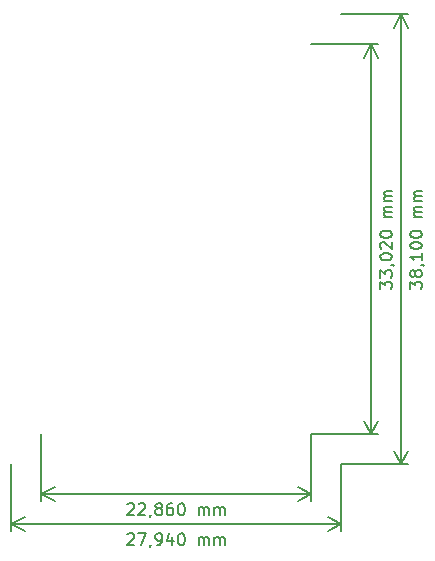
<source format=gbr>
%TF.GenerationSoftware,KiCad,Pcbnew,5.1.4-3.fc31*%
%TF.CreationDate,2019-11-27T18:40:14+01:00*%
%TF.ProjectId,SSOP-28_5.3x10.2mm_P0.65,53534f50-2d32-4385-9f35-2e337831302e,1.0*%
%TF.SameCoordinates,PX791ddc0PY6350ce0*%
%TF.FileFunction,Other,Comment*%
%FSLAX46Y46*%
G04 Gerber Fmt 4.6, Leading zero omitted, Abs format (unit mm)*
G04 Created by KiCad (PCBNEW 5.1.4-3.fc31) date 2019-11-27 18:40:14*
%MOMM*%
%LPD*%
G04 APERTURE LIST*
%ADD10C,0.150000*%
G04 APERTURE END LIST*
D10*
X31232380Y14859524D02*
X31232380Y15478572D01*
X31613333Y15145239D01*
X31613333Y15288096D01*
X31660952Y15383334D01*
X31708571Y15430953D01*
X31803809Y15478572D01*
X32041904Y15478572D01*
X32137142Y15430953D01*
X32184761Y15383334D01*
X32232380Y15288096D01*
X32232380Y15002381D01*
X32184761Y14907143D01*
X32137142Y14859524D01*
X31232380Y15811905D02*
X31232380Y16430953D01*
X31613333Y16097620D01*
X31613333Y16240477D01*
X31660952Y16335715D01*
X31708571Y16383334D01*
X31803809Y16430953D01*
X32041904Y16430953D01*
X32137142Y16383334D01*
X32184761Y16335715D01*
X32232380Y16240477D01*
X32232380Y15954762D01*
X32184761Y15859524D01*
X32137142Y15811905D01*
X32184761Y16907143D02*
X32232380Y16907143D01*
X32327619Y16859524D01*
X32375238Y16811905D01*
X31232380Y17526191D02*
X31232380Y17621429D01*
X31280000Y17716667D01*
X31327619Y17764286D01*
X31422857Y17811905D01*
X31613333Y17859524D01*
X31851428Y17859524D01*
X32041904Y17811905D01*
X32137142Y17764286D01*
X32184761Y17716667D01*
X32232380Y17621429D01*
X32232380Y17526191D01*
X32184761Y17430953D01*
X32137142Y17383334D01*
X32041904Y17335715D01*
X31851428Y17288096D01*
X31613333Y17288096D01*
X31422857Y17335715D01*
X31327619Y17383334D01*
X31280000Y17430953D01*
X31232380Y17526191D01*
X31327619Y18240477D02*
X31280000Y18288096D01*
X31232380Y18383334D01*
X31232380Y18621429D01*
X31280000Y18716667D01*
X31327619Y18764286D01*
X31422857Y18811905D01*
X31518095Y18811905D01*
X31660952Y18764286D01*
X32232380Y18192858D01*
X32232380Y18811905D01*
X31232380Y19430953D02*
X31232380Y19526191D01*
X31280000Y19621429D01*
X31327619Y19669048D01*
X31422857Y19716667D01*
X31613333Y19764286D01*
X31851428Y19764286D01*
X32041904Y19716667D01*
X32137142Y19669048D01*
X32184761Y19621429D01*
X32232380Y19526191D01*
X32232380Y19430953D01*
X32184761Y19335715D01*
X32137142Y19288096D01*
X32041904Y19240477D01*
X31851428Y19192858D01*
X31613333Y19192858D01*
X31422857Y19240477D01*
X31327619Y19288096D01*
X31280000Y19335715D01*
X31232380Y19430953D01*
X32232380Y20954762D02*
X31565714Y20954762D01*
X31660952Y20954762D02*
X31613333Y21002381D01*
X31565714Y21097620D01*
X31565714Y21240477D01*
X31613333Y21335715D01*
X31708571Y21383334D01*
X32232380Y21383334D01*
X31708571Y21383334D02*
X31613333Y21430953D01*
X31565714Y21526191D01*
X31565714Y21669048D01*
X31613333Y21764286D01*
X31708571Y21811905D01*
X32232380Y21811905D01*
X32232380Y22288096D02*
X31565714Y22288096D01*
X31660952Y22288096D02*
X31613333Y22335715D01*
X31565714Y22430953D01*
X31565714Y22573810D01*
X31613333Y22669048D01*
X31708571Y22716667D01*
X32232380Y22716667D01*
X31708571Y22716667D02*
X31613333Y22764286D01*
X31565714Y22859524D01*
X31565714Y23002381D01*
X31613333Y23097620D01*
X31708571Y23145239D01*
X32232380Y23145239D01*
X30480000Y2540000D02*
X30480000Y35560000D01*
X25400000Y2540000D02*
X31066421Y2540000D01*
X25400000Y35560000D02*
X31066421Y35560000D01*
X30480000Y35560000D02*
X31066421Y34433496D01*
X30480000Y35560000D02*
X29893579Y34433496D01*
X30480000Y2540000D02*
X31066421Y3666504D01*
X30480000Y2540000D02*
X29893579Y3666504D01*
X33772380Y14859524D02*
X33772380Y15478572D01*
X34153333Y15145239D01*
X34153333Y15288096D01*
X34200952Y15383334D01*
X34248571Y15430953D01*
X34343809Y15478572D01*
X34581904Y15478572D01*
X34677142Y15430953D01*
X34724761Y15383334D01*
X34772380Y15288096D01*
X34772380Y15002381D01*
X34724761Y14907143D01*
X34677142Y14859524D01*
X34200952Y16050000D02*
X34153333Y15954762D01*
X34105714Y15907143D01*
X34010476Y15859524D01*
X33962857Y15859524D01*
X33867619Y15907143D01*
X33820000Y15954762D01*
X33772380Y16050000D01*
X33772380Y16240477D01*
X33820000Y16335715D01*
X33867619Y16383334D01*
X33962857Y16430953D01*
X34010476Y16430953D01*
X34105714Y16383334D01*
X34153333Y16335715D01*
X34200952Y16240477D01*
X34200952Y16050000D01*
X34248571Y15954762D01*
X34296190Y15907143D01*
X34391428Y15859524D01*
X34581904Y15859524D01*
X34677142Y15907143D01*
X34724761Y15954762D01*
X34772380Y16050000D01*
X34772380Y16240477D01*
X34724761Y16335715D01*
X34677142Y16383334D01*
X34581904Y16430953D01*
X34391428Y16430953D01*
X34296190Y16383334D01*
X34248571Y16335715D01*
X34200952Y16240477D01*
X34724761Y16907143D02*
X34772380Y16907143D01*
X34867619Y16859524D01*
X34915238Y16811905D01*
X34772380Y17859524D02*
X34772380Y17288096D01*
X34772380Y17573810D02*
X33772380Y17573810D01*
X33915238Y17478572D01*
X34010476Y17383334D01*
X34058095Y17288096D01*
X33772380Y18478572D02*
X33772380Y18573810D01*
X33820000Y18669048D01*
X33867619Y18716667D01*
X33962857Y18764286D01*
X34153333Y18811905D01*
X34391428Y18811905D01*
X34581904Y18764286D01*
X34677142Y18716667D01*
X34724761Y18669048D01*
X34772380Y18573810D01*
X34772380Y18478572D01*
X34724761Y18383334D01*
X34677142Y18335715D01*
X34581904Y18288096D01*
X34391428Y18240477D01*
X34153333Y18240477D01*
X33962857Y18288096D01*
X33867619Y18335715D01*
X33820000Y18383334D01*
X33772380Y18478572D01*
X33772380Y19430953D02*
X33772380Y19526191D01*
X33820000Y19621429D01*
X33867619Y19669048D01*
X33962857Y19716667D01*
X34153333Y19764286D01*
X34391428Y19764286D01*
X34581904Y19716667D01*
X34677142Y19669048D01*
X34724761Y19621429D01*
X34772380Y19526191D01*
X34772380Y19430953D01*
X34724761Y19335715D01*
X34677142Y19288096D01*
X34581904Y19240477D01*
X34391428Y19192858D01*
X34153333Y19192858D01*
X33962857Y19240477D01*
X33867619Y19288096D01*
X33820000Y19335715D01*
X33772380Y19430953D01*
X34772380Y20954762D02*
X34105714Y20954762D01*
X34200952Y20954762D02*
X34153333Y21002381D01*
X34105714Y21097620D01*
X34105714Y21240477D01*
X34153333Y21335715D01*
X34248571Y21383334D01*
X34772380Y21383334D01*
X34248571Y21383334D02*
X34153333Y21430953D01*
X34105714Y21526191D01*
X34105714Y21669048D01*
X34153333Y21764286D01*
X34248571Y21811905D01*
X34772380Y21811905D01*
X34772380Y22288096D02*
X34105714Y22288096D01*
X34200952Y22288096D02*
X34153333Y22335715D01*
X34105714Y22430953D01*
X34105714Y22573810D01*
X34153333Y22669048D01*
X34248571Y22716667D01*
X34772380Y22716667D01*
X34248571Y22716667D02*
X34153333Y22764286D01*
X34105714Y22859524D01*
X34105714Y23002381D01*
X34153333Y23097620D01*
X34248571Y23145239D01*
X34772380Y23145239D01*
X33020000Y0D02*
X33020000Y38100000D01*
X27940000Y0D02*
X33606421Y0D01*
X27940000Y38100000D02*
X33606421Y38100000D01*
X33020000Y38100000D02*
X33606421Y36973496D01*
X33020000Y38100000D02*
X32433579Y36973496D01*
X33020000Y0D02*
X33606421Y1126504D01*
X33020000Y0D02*
X32433579Y1126504D01*
X9827142Y-3387619D02*
X9874761Y-3340000D01*
X9970000Y-3292380D01*
X10208095Y-3292380D01*
X10303333Y-3340000D01*
X10350952Y-3387619D01*
X10398571Y-3482857D01*
X10398571Y-3578095D01*
X10350952Y-3720952D01*
X9779523Y-4292380D01*
X10398571Y-4292380D01*
X10779523Y-3387619D02*
X10827142Y-3340000D01*
X10922380Y-3292380D01*
X11160476Y-3292380D01*
X11255714Y-3340000D01*
X11303333Y-3387619D01*
X11350952Y-3482857D01*
X11350952Y-3578095D01*
X11303333Y-3720952D01*
X10731904Y-4292380D01*
X11350952Y-4292380D01*
X11827142Y-4244761D02*
X11827142Y-4292380D01*
X11779523Y-4387619D01*
X11731904Y-4435238D01*
X12398571Y-3720952D02*
X12303333Y-3673333D01*
X12255714Y-3625714D01*
X12208095Y-3530476D01*
X12208095Y-3482857D01*
X12255714Y-3387619D01*
X12303333Y-3340000D01*
X12398571Y-3292380D01*
X12589047Y-3292380D01*
X12684285Y-3340000D01*
X12731904Y-3387619D01*
X12779523Y-3482857D01*
X12779523Y-3530476D01*
X12731904Y-3625714D01*
X12684285Y-3673333D01*
X12589047Y-3720952D01*
X12398571Y-3720952D01*
X12303333Y-3768571D01*
X12255714Y-3816190D01*
X12208095Y-3911428D01*
X12208095Y-4101904D01*
X12255714Y-4197142D01*
X12303333Y-4244761D01*
X12398571Y-4292380D01*
X12589047Y-4292380D01*
X12684285Y-4244761D01*
X12731904Y-4197142D01*
X12779523Y-4101904D01*
X12779523Y-3911428D01*
X12731904Y-3816190D01*
X12684285Y-3768571D01*
X12589047Y-3720952D01*
X13636666Y-3292380D02*
X13446190Y-3292380D01*
X13350952Y-3340000D01*
X13303333Y-3387619D01*
X13208095Y-3530476D01*
X13160476Y-3720952D01*
X13160476Y-4101904D01*
X13208095Y-4197142D01*
X13255714Y-4244761D01*
X13350952Y-4292380D01*
X13541428Y-4292380D01*
X13636666Y-4244761D01*
X13684285Y-4197142D01*
X13731904Y-4101904D01*
X13731904Y-3863809D01*
X13684285Y-3768571D01*
X13636666Y-3720952D01*
X13541428Y-3673333D01*
X13350952Y-3673333D01*
X13255714Y-3720952D01*
X13208095Y-3768571D01*
X13160476Y-3863809D01*
X14350952Y-3292380D02*
X14446190Y-3292380D01*
X14541428Y-3340000D01*
X14589047Y-3387619D01*
X14636666Y-3482857D01*
X14684285Y-3673333D01*
X14684285Y-3911428D01*
X14636666Y-4101904D01*
X14589047Y-4197142D01*
X14541428Y-4244761D01*
X14446190Y-4292380D01*
X14350952Y-4292380D01*
X14255714Y-4244761D01*
X14208095Y-4197142D01*
X14160476Y-4101904D01*
X14112857Y-3911428D01*
X14112857Y-3673333D01*
X14160476Y-3482857D01*
X14208095Y-3387619D01*
X14255714Y-3340000D01*
X14350952Y-3292380D01*
X15874761Y-4292380D02*
X15874761Y-3625714D01*
X15874761Y-3720952D02*
X15922380Y-3673333D01*
X16017619Y-3625714D01*
X16160476Y-3625714D01*
X16255714Y-3673333D01*
X16303333Y-3768571D01*
X16303333Y-4292380D01*
X16303333Y-3768571D02*
X16350952Y-3673333D01*
X16446190Y-3625714D01*
X16589047Y-3625714D01*
X16684285Y-3673333D01*
X16731904Y-3768571D01*
X16731904Y-4292380D01*
X17208095Y-4292380D02*
X17208095Y-3625714D01*
X17208095Y-3720952D02*
X17255714Y-3673333D01*
X17350952Y-3625714D01*
X17493809Y-3625714D01*
X17589047Y-3673333D01*
X17636666Y-3768571D01*
X17636666Y-4292380D01*
X17636666Y-3768571D02*
X17684285Y-3673333D01*
X17779523Y-3625714D01*
X17922380Y-3625714D01*
X18017619Y-3673333D01*
X18065238Y-3768571D01*
X18065238Y-4292380D01*
X2540000Y-2540000D02*
X25400000Y-2540000D01*
X2540000Y2540000D02*
X2540000Y-3126421D01*
X25400000Y2540000D02*
X25400000Y-3126421D01*
X25400000Y-2540000D02*
X24273496Y-3126421D01*
X25400000Y-2540000D02*
X24273496Y-1953579D01*
X2540000Y-2540000D02*
X3666504Y-3126421D01*
X2540000Y-2540000D02*
X3666504Y-1953579D01*
X9827142Y-5927619D02*
X9874761Y-5880000D01*
X9970000Y-5832380D01*
X10208095Y-5832380D01*
X10303333Y-5880000D01*
X10350952Y-5927619D01*
X10398571Y-6022857D01*
X10398571Y-6118095D01*
X10350952Y-6260952D01*
X9779523Y-6832380D01*
X10398571Y-6832380D01*
X10731904Y-5832380D02*
X11398571Y-5832380D01*
X10970000Y-6832380D01*
X11827142Y-6784761D02*
X11827142Y-6832380D01*
X11779523Y-6927619D01*
X11731904Y-6975238D01*
X12303333Y-6832380D02*
X12493809Y-6832380D01*
X12589047Y-6784761D01*
X12636666Y-6737142D01*
X12731904Y-6594285D01*
X12779523Y-6403809D01*
X12779523Y-6022857D01*
X12731904Y-5927619D01*
X12684285Y-5880000D01*
X12589047Y-5832380D01*
X12398571Y-5832380D01*
X12303333Y-5880000D01*
X12255714Y-5927619D01*
X12208095Y-6022857D01*
X12208095Y-6260952D01*
X12255714Y-6356190D01*
X12303333Y-6403809D01*
X12398571Y-6451428D01*
X12589047Y-6451428D01*
X12684285Y-6403809D01*
X12731904Y-6356190D01*
X12779523Y-6260952D01*
X13636666Y-6165714D02*
X13636666Y-6832380D01*
X13398571Y-5784761D02*
X13160476Y-6499047D01*
X13779523Y-6499047D01*
X14350952Y-5832380D02*
X14446190Y-5832380D01*
X14541428Y-5880000D01*
X14589047Y-5927619D01*
X14636666Y-6022857D01*
X14684285Y-6213333D01*
X14684285Y-6451428D01*
X14636666Y-6641904D01*
X14589047Y-6737142D01*
X14541428Y-6784761D01*
X14446190Y-6832380D01*
X14350952Y-6832380D01*
X14255714Y-6784761D01*
X14208095Y-6737142D01*
X14160476Y-6641904D01*
X14112857Y-6451428D01*
X14112857Y-6213333D01*
X14160476Y-6022857D01*
X14208095Y-5927619D01*
X14255714Y-5880000D01*
X14350952Y-5832380D01*
X15874761Y-6832380D02*
X15874761Y-6165714D01*
X15874761Y-6260952D02*
X15922380Y-6213333D01*
X16017619Y-6165714D01*
X16160476Y-6165714D01*
X16255714Y-6213333D01*
X16303333Y-6308571D01*
X16303333Y-6832380D01*
X16303333Y-6308571D02*
X16350952Y-6213333D01*
X16446190Y-6165714D01*
X16589047Y-6165714D01*
X16684285Y-6213333D01*
X16731904Y-6308571D01*
X16731904Y-6832380D01*
X17208095Y-6832380D02*
X17208095Y-6165714D01*
X17208095Y-6260952D02*
X17255714Y-6213333D01*
X17350952Y-6165714D01*
X17493809Y-6165714D01*
X17589047Y-6213333D01*
X17636666Y-6308571D01*
X17636666Y-6832380D01*
X17636666Y-6308571D02*
X17684285Y-6213333D01*
X17779523Y-6165714D01*
X17922380Y-6165714D01*
X18017619Y-6213333D01*
X18065238Y-6308571D01*
X18065238Y-6832380D01*
X0Y-5080000D02*
X27940000Y-5080000D01*
X0Y0D02*
X0Y-5666421D01*
X27940000Y0D02*
X27940000Y-5666421D01*
X27940000Y-5080000D02*
X26813496Y-5666421D01*
X27940000Y-5080000D02*
X26813496Y-4493579D01*
X0Y-5080000D02*
X1126504Y-5666421D01*
X0Y-5080000D02*
X1126504Y-4493579D01*
M02*

</source>
